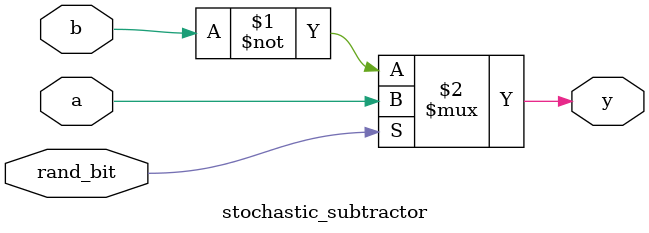
<source format=v>
`timescale 1ns / 1ps


module stochastic_subtractor (
    input wire a,        // stochastic input stream 1
    input wire b,        // stochastic input stream 2
    input wire rand_bit, // random bit for multiplexing
    output wire y        // output stochastic stream
);
    // Basic idea: choose A when rand_bit=1, inverted B when rand_bit=0
    assign y = rand_bit ? a : ~b;
endmodule


</source>
